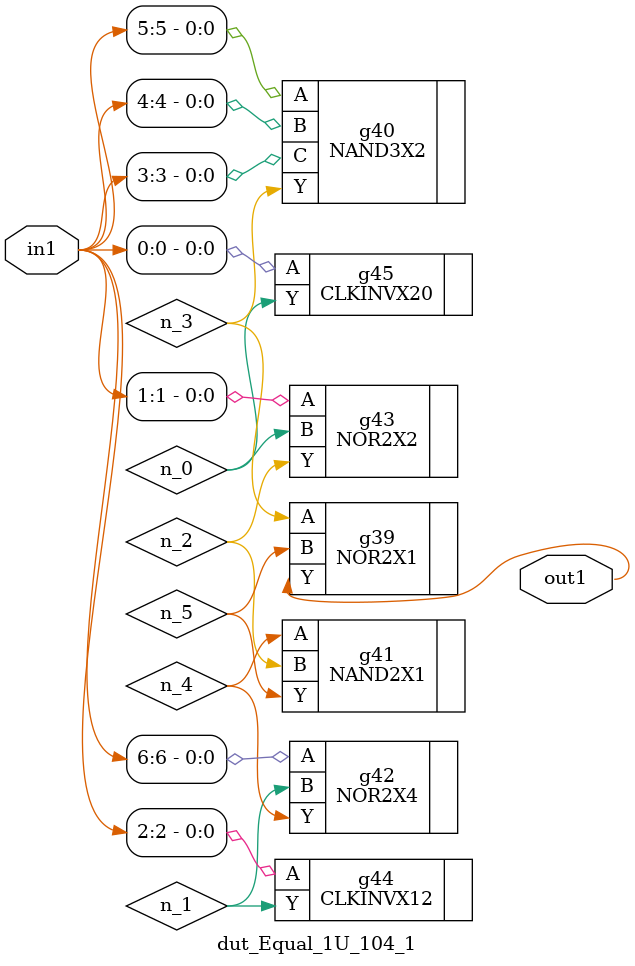
<source format=v>
`timescale 1ps / 1ps


module dut_Equal_1U_104_1(in1, out1);
  input [6:0] in1;
  output out1;
  wire [6:0] in1;
  wire out1;
  wire n_0, n_1, n_2, n_3, n_4, n_5;
  NOR2X1 g39(.A (n_3), .B (n_5), .Y (out1));
  NAND2X1 g41(.A (n_4), .B (n_2), .Y (n_5));
  NOR2X4 g42(.A (in1[6]), .B (n_1), .Y (n_4));
  NAND3X2 g40(.A (in1[5]), .B (in1[4]), .C (in1[3]), .Y (n_3));
  NOR2X2 g43(.A (in1[1]), .B (n_0), .Y (n_2));
  CLKINVX12 g44(.A (in1[2]), .Y (n_1));
  CLKINVX20 g45(.A (in1[0]), .Y (n_0));
endmodule



</source>
